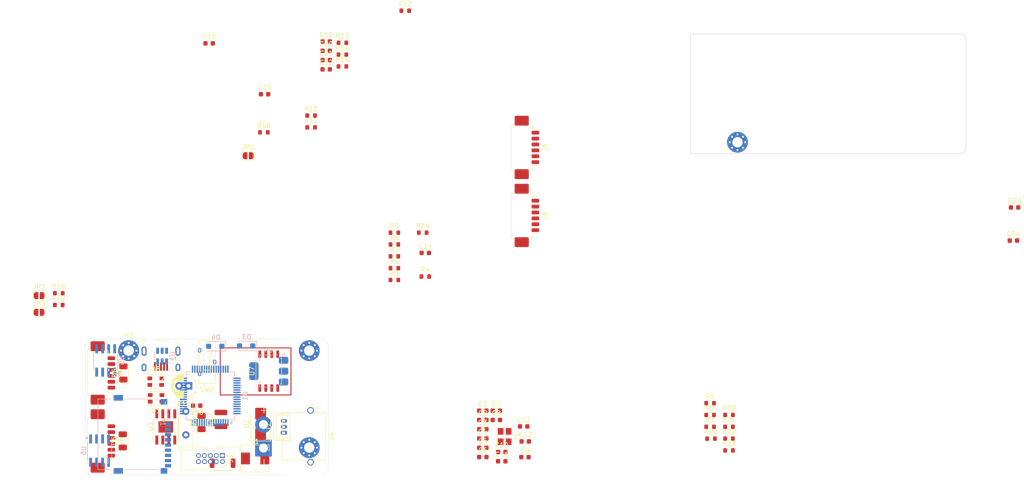
<source format=kicad_pcb>
(kicad_pcb (version 20240108) (generator "pcbnew") (generator_version "8.0")
  (layers (0 "F.Cu" signal) (1 "In1.Cu" signal) (2 "In2.Cu" signal) (31 "B.Cu" signal) (34 "B.Paste" user) (35 "F.Paste" user) (36 "B.SilkS" user "B.Silkscreen") (37 "F.SilkS" user "F.Silkscreen") (38 "B.Mask" user) (39 "F.Mask" user) (44 "Edge.Cuts" user))
  (net 0 "")
  (net 1 "GND")
  (net 2 "VDD_3V3")
  (net 3 "NRST")
  (net 4 "RCC_OSC_IN")
  (net 5 "RCC_OSC_OUT")
  (net 6 "Net-(U1-VCAP_2)")
  (net 7 "Net-(U1-VCAP_1)")
  (net 8 "VDD_5V_USB")
  (net 9 "Net-(U3-BOOT)")
  (net 10 "Net-(D2-K)")
  (net 11 "Net-(J4-Pin_2)")
  (net 12 "VDD_7V0")
  (net 13 "Net-(U3-FB)")
  (net 14 "Net-(D3-K)")
  (net 15 "Net-(D7-K)")
  (net 16 "Net-(D1-RK)")
  (net 17 "Net-(D1-GK)")
  (net 18 "Net-(D1-BK)")
  (net 19 "Net-(D5-K)")
  (net 20 "Net-(D6-K)")
  (net 21 "Net-(D8-GK)")
  (net 22 "Net-(D8-BK)")
  (net 23 "Net-(D8-RK)")
  (net 24 "SDIO_CMD")
  (net 25 "SDIO_CK")
  (net 26 "SDIO_D0")
  (net 27 "SDIO_D3")
  (net 28 "SDIO_D2")
  (net 29 "SD_CD")
  (net 30 "SDIO_D1")
  (net 31 "/Connectors/usb_conn_d+")
  (net 33 "/Connectors/usb_conn_d-")
  (net 35 "DEBUG_SWDIO")
  (net 36 "DEBUG_SWO")
  (net 38 "DEBUG_SWCLK")
  (net 39 "Net-(J3-Pin_1)")
  (net 40 "CAN0_H")
  (net 41 "CAN0_L")
  (net 42 "CAN1_L")
  (net 43 "CAN1_H")
  (net 44 "LED1_RGB_BLUE")
  (net 45 "LED1_RGB_GREEN")
  (net 46 "LED1_RGB_RED")
  (net 47 "VBUS_DETECT")
  (net 48 "Net-(U3-PG)")
  (net 49 "Net-(R14-Pad1)")
  (net 50 "LED3")
  (net 51 "LED4")
  (net 52 "LED2_RGB_BLUE")
  (net 53 "LED2_RGB_GREEN")
  (net 54 "LED2_RGB_RED")
  (net 55 "BOOT0")
  (net 70 "USB_D+")
  (net 90 "USB_D-")
  (net 96 "Net-(SW2-B)")
  (net 98 "CAN0_TX")
  (net 99 "CAN0_RX")
  (net 100 "CAN1_RX")
  (net 102 "CAN1_TX")
  (net 103 "SPI_CLK")
  (net 104 "FLASH_CS")
  (net 106 "SPI_MOSI")
  (net 107 "SPI_MISO")
  (net 111 "Net-(JP2-B)")
  (net 112 "Net-(JP3-B)")
  (net 113 "Net-(C19-Pad1)")
  (footprint "Capacitor_THT:CP_Radial_D5.0mm_P2.00mm" (layer "F.Cu") (at 77.492113 127.055 180)
    (property "Reference" "C19" (at 1 -3.75 180) (layer "F.SilkS"))
    (property "Value" "100u")
    (pad "1" thru_hole rect (at 0 0 180) (size 1.6 1.6) (drill 0.8) (layers "*.Cu" "*.Mask") (net 113 "Net-(C19-Pad1)"))
    (pad "2" thru_hole circle (at 2 0 180) (size 1.6 1.6) (drill 0.8) (layers "*.Cu" "*.Mask") (net 1 "GND"))
  )
  (footprint "Capacitor_SMD:C_0603_1608Metric" (layer "F.Cu") (at 127.717 98.824)
    (property "Reference" "C14" (at 0 -1.43 0) (layer "F.SilkS"))
    (property "Value" "100n")
    (pad "1" smd roundrect (at -0.775 0) (size 0.9 0.95) (layers "F.Cu" "F.Paste" "F.Mask") (net 1 "GND"))
    (pad "2" smd roundrect (at 0.775 0) (size 0.9 0.95) (layers "F.Cu" "F.Paste" "F.Mask") (net 2 "VDD_3V3"))
  )
  (footprint "Capacitor_SMD:C_0603_1608Metric" (layer "F.Cu") (at 252.736 89.176)
    (property "Reference" "C23" (at 0 -1.43 0) (layer "F.SilkS"))
    (property "Value" "100n")
    (pad "1" smd roundrect (at -0.775 0) (size 0.9 0.95) (layers "F.Cu" "F.Paste" "F.Mask") (net 1 "GND"))
    (pad "2" smd roundrect (at 0.775 0) (size 0.9 0.95) (layers "F.Cu" "F.Paste" "F.Mask") (net 2 "VDD_3V3"))
  )
  (footprint "user_lib:U-F-M5DD-W-2-SUS" (layer "F.Cu") (at 71.657 119.693)
    (property "Reference" "J2" (at 0 5.842 0) (layer "F.SilkS"))
    (property "Value" "USB_B_Micro" (hide yes))
    (pad "" np_thru_hole circle (at -2 2.15 180) (size 0.5 0.5) (drill 0.5) (layers "F&B.Cu" "*.Mask"))
    (pad "" np_thru_hole circle (at 2 2.15 180) (size 0.5 0.5) (drill 0.5) (layers "F&B.Cu" "*.Mask"))
    (pad "1" smd rect (at 1.3 3.25) (size 0.4 1.8) (layers "F.Cu" "F.Paste" "F.Mask") (net 8 "VDD_5V_USB"))
    (pad "2" smd rect (at 0.65 3.25) (size 0.4 1.8) (layers "F.Cu" "F.Paste" "F.Mask") (net 33 "/Connectors/usb_conn_d-"))
    (pad "3" smd rect (at 0 3.25) (size 0.4 1.8) (layers "F.Cu" "F.Paste" "F.Mask") (net 31 "/Connectors/usb_conn_d+"))
    (pad "4" smd rect (at -0.65 3.25) (size 0.4 1.8) (layers "F.Cu" "F.Paste" "F.Mask"))
    (pad "5" smd rect (at -1.3 3.25) (size 0.4 1.8) (layers "F.Cu" "F.Paste" "F.Mask") (net 1 "GND"))
    (pad "6" thru_hole oval (at -3.6 0 180) (size 1.09 2) (drill oval 0.5 1.4) (layers "*.Cu" "*.Mask") (net 1 "GND"))
    (pad "6" thru_hole oval (at -3.6 3.45 180) (size 1.05 1.6) (drill oval 0.45 1) (layers "*.Cu" "*.Mask") (net 1 "GND"))
    (pad "6" thru_hole oval (at 3.6 0 180) (size 1.09 2) (drill oval 0.5 1.4) (layers "*.Cu" "*.Mask") (net 1 "GND"))
    (pad "6" thru_hole oval (at 3.6 3.45 180) (size 1.05 1.6) (drill oval 0.45 1) (layers "*.Cu" "*.Mask") (net 1 "GND"))
  )
  (footprint "Capacitor_SMD:C_0603_1608Metric" (layer "F.Cu") (at 148.592 135.679)
    (property "Reference" "C13" (at 0.025 -1.395 0) (layer "F.SilkS"))
    (property "Value" "2u2")
    (pad "1" smd roundrect (at -0.775 0) (size 0.9 0.95) (layers "F.Cu" "F.Paste" "F.Mask") (net 1 "GND"))
    (pad "2" smd roundrect (at 0.775 0) (size 0.9 0.95) (layers "F.Cu" "F.Paste" "F.Mask") (net 7 "Net-(U1-VCAP_1)"))
  )
  (footprint "Connector_Molex:Molex_PicoBlade_53261-0671_1x06-1MP_P1.25mm_Horizontal" (layer "F.Cu") (at 58.726 138.753 -90)
    (property "Reference" "J6" (at 0 -4.4 90) (layer "F.SilkS"))
    (property "Value" "532610671")
    (pad "1" smd roundrect (at -3.125 -2.4 270) (size 0.8 1.6) (layers "F.Cu" "F.Paste" "F.Mask") (net 12 "VDD_7V0"))
    (pad "2" smd roundrect (at -1.875 -2.4 270) (size 0.8 1.6) (layers "F.Cu" "F.Paste" "F.Mask") (net 12 "VDD_7V0"))
    (pad "3" smd roundrect (at -0.625 -2.4 270) (size 0.8 1.6) (layers "F.Cu" "F.Paste" "F.Mask") (net 43 "CAN1_H"))
    (pad "4" smd roundrect (at 0.625 -2.4 270) (size 0.8 1.6) (layers "F.Cu" "F.Paste" "F.Mask") (net 42 "CAN1_L"))
    (pad "5" smd roundrect (at 1.875 -2.4 270) (size 0.8 1.6) (layers "F.Cu" "F.Paste" "F.Mask") (net 1 "GND"))
    (pad "6" smd roundrect (at 3.125 -2.4 270) (size 0.8 1.6) (layers "F.Cu" "F.Paste" "F.Mask") (net 1 "GND"))
    (pad "MP" smd roundrect (at -5.675 0.5 270) (size 2.1 3) (layers "F.Cu" "F.Paste" "F.Mask") (roundrect_rratio 0.119048))
    (pad "MP" smd roundrect (at 5.675 0.5 270) (size 2.1 3) (layers "F.Cu" "F.Paste" "F.Mask") (roundrect_rratio 0.119048))
  )
  (footprint "user_lib:MSS-12D16" (layer "F.Cu") (at 81.44 121.992)
    (property "Reference" "SW2" (at 0 5.842 0) (layer "F.SilkS"))
    (property "Value" "SW_SPDT")
    (pad "1" thru_hole oval (at -1.6 -2.5) (size 0.7 1) (drill oval 0.35 0.65) (layers "*.Cu" "*.Mask") (net 2 "VDD_3V3"))
    (pad "2" thru_hole oval (at 1.6 0) (size 0.7 1) (drill oval 0.35 0.65) (layers "*.Cu" "*.Mask") (net 96 "Net-(SW2-B)"))
    (pad "3" thru_hole oval (at -1.6 2.5) (size 0.7 1) (drill oval 0.35 0.65) (layers "*.Cu" "*.Mask") (net 1 "GND"))
  )
  (footprint "Resistor_SMD:R_0603_1608Metric" (layer "F.Cu") (at 188.138 130.728)
    (property "Reference" "R1" (at 0 -1.43 0) (layer "F.SilkS"))
    (property "Value" "220")
    (pad "1" smd roundrect (at -0.825 0) (size 0.8 0.95) (layers "F.Cu" "F.Paste" "F.Mask") (net 18 "Net-(D1-BK)"))
    (pad "2" smd roundrect (at 0.825 0) (size 0.8 0.95) (layers "F.Cu" "F.Paste" "F.Mask") (net 44 "LED1_RGB_BLUE"))
  )
  (footprint "LED_SMD:LED_1206_3216Metric" (layer "F.Cu") (at 80.261 134.843 90)
    (property "Reference" "D7" (at 0 -1.82 -90) (layer "F.SilkS"))
    (property "Value" "LED")
    (pad "1" smd roundrect (at -1.4 0 90) (size 1.25 1.75) (layers "F.Cu" "F.Paste" "F.Mask") (roundrect_rratio 0.2) (net 15 "Net-(D7-K)"))
    (pad "2" smd roundrect (at 1.4 0 90) (size 1.25 1.75) (layers "F.Cu" "F.Paste" "F.Mask") (roundrect_rratio 0.2) (net 2 "VDD_3V3"))
  )
  (footprint "user_lib:button_small" (layer "F.Cu") (at 84.727 143.487 -90)
    (property "Reference" "SW1" (hide yes))
    (property "Value" "SW_Push" (hide yes))
    (pad "1" smd roundrect (at 0 -2.225 270) (size 2 1) (layers "F.Cu" "F.Paste" "F.Mask") (net 1 "GND"))
    (pad "2" smd roundrect (at 0 2.225 270) (size 2 1) (layers "F.Cu" "F.Paste" "F.Mask") (net 3 "NRST"))
  )
  (footprint "Inductor_SMD:L_Sunlord_MWSA0503S" (layer "F.Cu") (at 91.63 142.47)
    (property "Reference" "L1" (at 0 -3.6 0) (layer "F.SilkS"))
    (property "Value" "4u7")
    (pad "1" smd rect (at -2.05 0) (size 1.9 2.5) (layers "F.Cu" "F.Paste" "F.Mask") (net 10 "Net-(D2-K)"))
    (pad "2" smd rect (at 2.05 0) (size 1.9 2.5) (layers "F.Cu" "F.Paste" "F.Mask") (net 113 "Net-(C19-Pad1)"))
  )
  (footprint "Capacitor_SMD:C_0603_1608Metric" (layer "F.Cu") (at 139.927 138.238)
    (property "Reference" "C4" (at 0 -1.43 0) (layer "F.SilkS"))
    (property "Value" "100n")
    (pad "1" smd roundrect (at -0.775 0) (size 0.9 0.95) (layers "F.Cu" "F.Paste" "F.Mask") (net 1 "GND"))
    (pad "2" smd roundrect (at 0.775 0) (size 0.9 0.95) (layers "F.Cu" "F.Paste" "F.Mask") (net 2 "VDD_3V3"))
  )
  (footprint "Connector_PinHeader_1.27mm:PinHeader_2x05_P1.27mm_Vertical" (layer "F.Cu") (at 84.686 141.869 -90)
    (property "Reference" "J3" (at 0.635 -1.695 90) (layer "F.SilkS"))
    (property "Value" "Conn_02x05_SWD")
    (pad "1" thru_hole rect (at 0 0 270) (size 1 1) (drill 0.65) (layers "*.Cu" "*.Mask") (net 39 "Net-(J3-Pin_1)"))
    (pad "2" thru_hole oval (at 1.27 0 270) (size 1 1) (drill 0.65) (layers "*.Cu" "*.Mask") (net 35 "DEBUG_SWDIO"))
    (pad "3" thru_hole oval (at 0 1.27 270) (size 1 1) (drill 0.65) (layers "*.Cu" "*.Mask") (net 1 "GND"))
    (pad "4" thru_hole oval (at 1.27 1.27 270) (size 1 1) (drill 0.65) (layers "*.Cu" "*.Mask") (net 38 "DEBUG_SWCLK"))
    (pad "5" thru_hole oval (at 0 2.54 270) (size 1 1) (drill 0.65) (layers "*.Cu" "*.Mask") (net 1 "GND"))
    (pad "6" thru_hole oval (at 1.27 2.54 270) (size 1 1) (drill 0.65) (layers "*.Cu" "*.Mask") (net 36 "DEBUG_SWO"))
    (pad "7" thru_hole oval (at 0 3.81 270) (size 1 1) (drill 0.65) (layers "*.Cu" "*.Mask"))
    (pad "8" thru_hole oval (at 1.27 3.81 270) (size 1 1) (drill 0.65) (layers "*.Cu" "*.Mask"))
    (pad "9" thru_hole oval (at 0 5.08 270) (size 1 1) (drill 0.65) (layers "*.Cu" "*.Mask") (net 1 "GND"))
    (pad "10" thru_hole oval (at 1.27 5.08 270) (size 1 1) (drill 0.65) (layers "*.Cu" "*.Mask") (net 3 "NRST"))
  )
  (footprint "Capacitor_SMD:C_0603_1608Metric" (layer "F.Cu") (at 252.479 96.199)
    (property "Reference" "C24" (at 0 -1.43 0) (layer "F.SilkS"))
    (property "Value" "100n")
    (pad "1" smd roundrect (at -0.775 0) (size 0.9 0.95) (layers "F.Cu" "F.Paste" "F.Mask") (net 1 "GND"))
    (pad "2" smd roundrect (at 0.775 0) (size 0.9 0.95) (layers "F.Cu" "F.Paste" "F.Mask") (net 2 "VDD_3V3"))
  )
  (footprint "MountingHole:MountingHole_2.2mm_M2_Pad_Via" (layer "F.Cu") (at 64.81 119.58)
    (property "Reference" "H3" (hide yes))
    (property "Value" "MountingHole")
    (pad "1" thru_hole circle (at -1.65 0) (size 0.7 0.7) (drill 0.4) (layers "*.Cu" "*.Mask"))
    (pad "1" thru_hole circle (at -1.166726 -1.166726) (size 0.7 0.7) (drill 0.4) (layers "*.Cu" "*.Mask"))
    (pad "1" thru_hole circle (at -1.166726 1.166726) (size 0.7 0.7) (drill 0.4) (layers "*.Cu" "*.Mask"))
    (pad "1" thru_hole circle (at 0 -1.65) (size 0.7 0.7) (drill 0.4) (layers "*.Cu" "*.Mask"))
    (pad "1" thru_hole circle (at 0 0) (size 4.4 4.4) (drill 2.2) (layers "*.Cu" "*.Mask"))
    (pad "1" thru_hole circle (at 0 1.65) (size 0.7 0.7) (drill 0.4) (layers "*.Cu" "*.Mask"))
    (pad "1" thru_hole circle (at 1.166726 -1.166726) (size 0.7 0.7) (drill 0.4) (layers "*.Cu" "*.Mask"))
    (pad "1" thru_hole circle (at 1.166726 1.166726) (size 0.7 0.7) (drill 0.4) (layers "*.Cu" "*.Mask"))
    (pad "1" thru_hole circle (at 1.65 0) (size 0.7 0.7) (drill 0.4) (layers "*.Cu" "*.Mask"))
  )
  (footprint "Capacitor_SMD:C_0603_1608Metric" (layer "F.Cu") (at 106.7 57.88)
    (property "Reference" "C21" (at 0 -1.43 0) (layer "F.SilkS"))
    (property "Value" "1u")
    (pad "1" smd roundrect (at -0.775 0) (size 0.9 0.95) (layers "F.Cu" "F.Paste" "F.Mask") (net 14 "Net-(D3-K)"))
    (pad "2" smd roundrect (at 0.775 0) (size 0.9 0.95) (layers "F.Cu" "F.Paste" "F.Mask") (net 1 "GND"))
  )
  (footprint "Resistor_SMD:R_0603_1608Metric" (layer "F.Cu") (at 192.148 133.238)
    (property "Reference" "R19" (at 0 -1.43 0) (layer "F.SilkS"))
    (property "Value" "220")
    (pad "1" smd roundrect (at -0.825 0) (size 0.8 0.95) (layers "F.Cu" "F.Paste" "F.Mask") (net 20 "Net-(D6-K)"))
    (pad "2" smd roundrect (at 0.825 0) (size 0.8 0.95) (layers "F.Cu" "F.Paste" "F.Mask") (net 51 "LED4"))
  )
  (footprint "Capacitor_SMD:C_0603_1608Metric" (layer "F.Cu") (at 79.219 131.26 180)
    (property "Reference" "C18" (at 0 -1.43 180) (layer "F.SilkS"))
    (property "Value" "100n")
    (pad "1" smd roundrect (at -0.775 0 180) (size 0.9 0.95) (layers "F.Cu" "F.Paste" "F.Mask") (net 1 "GND"))
    (pad "2" smd roundrect (at 0.775 0 180) (size 0.9 0.95) (layers "F.Cu" "F.Paste" "F.Mask") (net 11 "Net-(J4-Pin_2)"))
  )
  (footprint "Resistor_SMD:R_0603_1608Metric" (layer "F.Cu") (at 49.98 107.38)
    (property "Reference" "R16" (at 0 -1.43 0) (layer "F.SilkS"))
    (property "Value" "120")
    (pad "1" smd roundrect (at -0.825 0) (size 0.8 0.95) (layers "F.Cu" "F.Paste" "F.Mask") (net 40 "CAN0_H"))
    (pad "2" smd roundrect (at 0.825 0) (size 0.8 0.95) (layers "F.Cu" "F.Paste" "F.Mask") (net 111 "Net-(JP2-B)"))
  )
  (footprint "Capacitor_SMD:C_0603_1608Metric" (layer "F.Cu") (at 139.927 142.178)
    (property "Reference" "C6" (at 0 -1.43 0) (layer "F.SilkS"))
    (property "Value" "4u7")
    (pad "1" smd roundrect (at -0.775 0) (size 0.9 0.95) (layers "F.Cu" "F.Paste" "F.Mask") (net 1 "GND"))
    (pad "2" smd roundrect (at 0.775 0) (size 0.9 0.95) (layers "F.Cu" "F.Paste" "F.Mask") (net 2 "VDD_3V3"))
  )
  (footprint "Capacitor_SMD:C_0603_1608Metric" (layer "F.Cu") (at 139.927 136.268)
    (property "Reference" "C3" (at 0 -1.43 0) (layer "F.SilkS"))
    (property "Value" "100n")
    (pad "1" smd roundrect (at -0.775 0) (size 0.9 0.95) (layers "F.Cu" "F.Paste" "F.Mask") (net 1 "GND"))
    (pad "2" smd roundrect (at 0.775 0) (size 0.9 0.95) (layers "F.Cu" "F.Paste" "F.Mask") (net 2 "VDD_3V3"))
  )
  (footprint "Resistor_SMD:R_0603_1608Metric" (layer "F.Cu") (at 121.168 99.55)
    (property "Reference" "R7" (at 0 -1.43 0) (layer "F.SilkS"))
    (property "Value" "10k")
    (pad "1" smd roundrect (at -0.825 0) (size 0.8 0.95) (layers "F.Cu" "F.Paste" "F.Mask") (net 2 "VDD_3V3"))
    (pad "2" smd roundrect (at 0.825 0) (size 0.8 0.95) (layers "F.Cu" "F.Paste" "F.Mask") (net 24 "SDIO_CMD"))
  )
  (footprint "Resistor_SMD:R_0603_1608Metric" (layer "F.Cu") (at 127.717 103.844)
    (property "Reference" "R4" (at 0 -1.43 0) (layer "F.SilkS"))
    (property "Value" "10k")
    (pad "1" smd roundrect (at -0.825 0) (size 0.8 0.95) (layers "F.Cu" "F.Paste" "F.Mask") (net 2 "VDD_3V3"))
    (pad "2" smd roundrect (at 0.825 0) (size 0.8 0.95) (layers "F.Cu" "F.Paste" "F.Mask") (net 29 "SD_CD"))
  )
  (footprint "Resistor_SMD:R_0603_1608Metric" (layer "F.Cu") (at 49.98 109.89)
    (property "Reference" "R17" (at 0 -1.43 0) (layer "F.SilkS"))
    (property "Value" "120")
    (pad "1" smd roundrect (at -0.825 0) (size 0.8 0.95) (layers "F.Cu" "F.Paste" "F.Mask") (net 43 "CAN1_H"))
    (pad "2" smd roundrect (at 0.825 0) (size 0.8 0.95) (layers "F.Cu" "F.Paste" "F.Mask") (net 112 "Net-(JP3-B)"))
  )
  (footprint "Resistor_SMD:R_0603_1608Metric" (layer "F.Cu") (at 188.138 133.238)
    (property "Reference" "R2" (at 0 -1.43 0) (layer "F.SilkS"))
    (property "Value" "220")
    (pad "1" smd roundrect (at -0.825 0) (size 0.8 0.95) (layers "F.Cu" "F.Paste" "F.Mask") (net 17 "Net-(D1-GK)"))
    (pad "2" smd roundrect (at 0.825 0) (size 0.8 0.95) (layers "F.Cu" "F.Paste" "F.Mask") (net 45 "LED1_RGB_GREEN"))
  )
  (footprint "MountingHole:MountingHole_2.2mm_M2_Pad_Via" (layer "F.Cu") (at 64.81 119.58)
    (property "Reference" "H2" (at 0 -3.2 0) (layer "F.SilkS"))
    (property "Value" "MountingHole")
    (pad "1" thru_hole circle (at -1.65 0) (size 0.7 0.7) (drill 0.4) (layers "*.Cu" "*.Mask"))
    (pad "1" thru_hole circle (at -1.166726 -1.166726) (size 0.7 0.7) (drill 0.4) (layers "*.Cu" "*.Mask"))
    (pad "1" thru_hole circle (at -1.166726 1.166726) (size 0.7 0.7) (drill 0.4) (layers "*.Cu" "*.Mask"))
    (pad "1" thru_hole circle (at 0 -1.65) (size 0.7 0.7) (drill 0.4) (layers "*.Cu" "*.Mask"))
    (pad "1" thru_hole circle (at 0 0) (size 4.4 4.4) (drill 2.2) (layers "*.Cu" "*.Mask"))
    (pad "1" thru_hole circle (at 0 1.65) (size 0.7 0.7) (drill 0.4) (layers "*.Cu" "*.Mask"))
    (pad "1" thru_hole circle (at 1.166726 -1.166726) (size 0.7 0.7) (drill 0.4) (layers "*.Cu" "*.Mask"))
    (pad "1" thru_hole circle (at 1.166726 1.166726) (size 0.7 0.7) (drill 0.4) (layers "*.Cu" "*.Mask"))
    (pad "1" thru_hole circle (at 1.65 0) (size 0.7 0.7) (drill 0.4) (layers "*.Cu" "*.Mask"))
  )
  (footprint "Capacitor_SMD:C_0603_1608Metric" (layer "F.Cu") (at 81.87 54.33)
    (property "Reference" "C15" (at 0 -1.43 0) (layer "F.SilkS"))
    (property "Value" "100n")
    (pad "1" smd roundrect (at -0.775 0) (size 0.9 0.95) (layers "F.Cu" "F.Paste" "F.Mask") (net 8 "VDD_5V_USB"))
    (pad "2" smd roundrect (at 0.775 0) (size 0.9 0.95) (layers "F.Cu" "F.Paste" "F.Mask") (net 1 "GND"))
  )
  (footprint "Jumper:SolderJumper-2_P1.3mm_Open_RoundedPad1.0x1.5mm" (layer "F.Cu") (at 45.8 107.9)
    (property "Reference" "JP2" (at 0 -1.8 0) (layer "F.SilkS"))
    (property "Value" "SolderJumper_2_Open")
    (pad "1" smd custom (at -0.65 0) (size 1 0.5) (layers "F.Cu" "F.Mask") (net 41 "CAN0_L") (options (clearance outline) (anchor rect)) (primitives (gr_circle (center 0 0.25) (end 0.5 0.25) (width 0) (fill yes)) (gr_circle (center 0 -0.25) (end 0.5 -0.25) (width 0) (fill yes)) (gr_poly (pts (xy 0.5 0.75) (xy 0 0.75) (xy 0 -0.75) (xy 0.5 -0.75)) (width 0) (fill yes))))
    (pad "2" smd custom (at 0.65 0) (size 1 0.5) (layers "F.Cu" "F.Mask") (net 111 "Net-(JP2-B)") (options (clearance outline) (anchor rect)) (primitives (gr_circle (center 0 0.25) (end 0.5 0.25) (width 0) (fill yes)) (gr_circle (center 0 -0.25) (end 0.5 -0.25) (width 0) (fill yes)) (gr_poly (pts (xy 0 0.75) (xy -0.5 0.75) (xy -0.5 -0.75) (xy 0 -0.75)) (width 0) (fill yes))))
  )
  (footprint "LED_SMD:LED_1206_3216Metric" (layer "F.Cu") (at 63.681 124.323 90)
    (property "Reference" "D5" (at 0 -1.82 -90) (layer "F.SilkS"))
    (property "Value" "LED")
    (pad "1" smd roundrect (at -1.4 0 90) (size 1.25 1.75) (layers "F.Cu" "F.Paste" "F.Mask") (roundrect_rratio 0.2) (net 19 "Net-(D5-K)"))
    (pad "2" smd roundrect (at 1.4 0 90) (size 1.25 1.75) (layers "F.Cu" "F.Paste" "F.Mask") (roundrect_rratio 0.2) (net 2 "VDD_3V3"))
  )
  (footprint "user_lib:RUEF300" (layer "F.Cu") (at 76.938 134.961 -90)
    (property "Reference" "F1" (at -0.23 4.89 -90) (layer "F.SilkS") (effects (font (thickness 0.1))))
    (property "Value" "RUEF300")
    (pad "1" thru_hole circle (at -2.5 0 270) (size 1.524 1.524) (drill 0.762) (layers "*.Cu" "*.Mask") (net 12 "VDD_7V0"))
    (pad "2" thru_hole circle (at 2.5 0 270) (size 1.524 1.524) (drill 0.762) (layers "*.Cu" "*.Mask") (net 113 "Net-(C19-Pad1)"))
  )
  (footprint "Capacitor_SMD:C_0603_1608Metric" (layer "F.Cu") (at 142.797 132.328)
    (property "Reference" "C7" (at 0 -1.43 0) (layer "F.SilkS"))
    (property "Value" "100n")
    (pad "1" smd roundrect (at -0.775 0) (size 0.9 0.95) (layers "F.Cu" "F.Paste" "F.Mask") (net 1 "GND"))
    (pad "2" smd roundrect (at 0.775 0) (size 0.9 0.95) (layers "F.Cu" "F.Paste" "F.Mask") (net 2 "VDD_3V3"))
  )
  (footprint "Connector_Molex:Molex_PicoBlade_53261-0671_1x06-1MP_P1.25mm_Horizontal" (layer "F.Cu") (at 148.673 90.867 -90)
    (property "Reference" "J6" (at 0 -4.4 90) (layer "F.SilkS"))
    (property "Value" "532610671")
    (pad "1" smd roundrect (at -3.125 -2.4 270) (size 0.8 1.6) (layers "F.Cu" "F.Paste" "F.Mask") (net 12 "VDD_7V0"))
    (pad "2" smd roundrect (at -1.875 -2.4 270) (size 0.8 1.6) (layers "F.Cu" "F.Paste" "F.Mask") (net 12 "VDD_7V0"))
    (pad "3" smd roundrect (at -0.625 -2.4 270) (size 0.8 1.6) (layers "F.Cu" "F.Paste" "F.Mask") (net 43 "CAN1_H"))
    (pad "4" smd roundrect (at 0.625 -2.4 270) (size 0.8 1.6) (layers "F.Cu" "F.Paste" "F.Mask") (net 42 "CAN1_L"))
    (pad "5" smd roundrect (at 1.875 -2.4 270) (size 0.8 1.6) (layers "F.Cu" "F.Paste" "F.Mask") (net 1 "GND"))
    (pad "6" smd roundrect (at 3.125 -2.4 270) (size 0.8 1.6) (layers "F.Cu" "F.Paste" "F.Mask") (net 1 "GND"))
    (pad "MP" smd roundrect (at -5.675 0.5 270) (size 2.1 3) (layers "F.Cu" "F.Paste" "F.Mask") (roundrect_rratio 0.119048))
    (pad "MP" smd roundrect (at 5.675 0.5 270) (size 2.1 3) (layers "F.Cu" "F.Paste" "F.Mask") (roundrect_rratio 0.119048))
  )
  (footprint "Resistor_SMD:R_0603_1608Metric" (layer "F.Cu") (at 188.138 135.748)
    (property "Reference" "R3" (at 0 -1.43 0) (layer "F.SilkS"))
    (property "Value" "220")
    (pad "1" smd roundrect (at -0.825 0) (size 0.8 0.95) (layers "F.Cu" "F.Paste" "F.Mask") (net 16 "Net-(D1-RK)"))
    (pad "2" smd roundrect (at 0.825 0) (size 0.8 0.95) (layers "F.Cu" "F.Paste" "F.Mask") (net 46 "LED1_RGB_RED"))
  )
  (footprint "LED_SMD:LED_1206_3216Metric" (layer "F.Cu") (at 63.55 138.742 90)
    (property "Reference" "D6" (at 0 -1.82 -90) (layer "F.SilkS"))
    (property "Value" "LED")
    (pad "1" smd roundrect (at -1.4 0 90) (size 1.25 1.75) (layers "F.Cu" "F.Paste" "F.Mask") (roundrect_rratio 0.2) (net 20 "Net-(D6-K)"))
    (pad "2" smd roundrect (at 1.4 0 90) (size 1.25 1.75) (layers "F.Cu" "F.Paste" "F.Mask") (roundrect_rratio 0.2) (net 2 "VDD_3V3"))
  )
  (footprint "Capacitor_SMD:C_0603_1608Metric" (layer "F.Cu") (at 106.7 53.94)
    (property "Reference" "C16" (at 0 -1.43 0) (layer "F.SilkS"))
    (property "Value" "100n")
    (pad "1" smd roundrect (at -0.775 0) (size 0.9 0.95) (layers "F.Cu" "F.Paste" "F.Mask") (net 9 "Net-(U3-BOOT)"))
    (pad "2" smd roundrect (at 0.775 0) (size 0.9 0.95) (layers "F.Cu" "F.Paste" "F.Mask") (net 10 "Net-(D2-K)"))
  )
  (footprint "Capacitor_SMD:C_1210_3225Metric" (layer "F.Cu") (at 84.376 134.182 90)
    (property "Reference" "C17" (at 0 -2.3 -90) (layer "F.SilkS"))
    (property "Value" "10u")
    (pad "1" smd roundrect (at -1.475 0 90) (size 1.15 2.7) (layers "F.Cu" "F.Paste" "F.Mask") (roundrect_rratio 0.217391) (net 1 "GND"))
    (pad "2" smd roundrect (at 1.475 0 90) (size 1.15 2.7) (layers "F.Cu" "F.Paste" "F.Mask") (roundrect_rratio 0.217391) (net 11 "Net-(J4-Pin_2)"))
  )
  (footprint "Capacitor_SMD:C_0603_1608Metric" (layer "F.Cu") (at 142.797 134.298)
    (property "Reference" "C8" (at 0 -1.43 0) (layer "F.SilkS"))
    (property "Value" "1u")
    (pad "1" smd roundrect (at -0.775 0) (size 0.9 0.95) (layers "F.Cu" "F.Paste" "F.Mask") (net 1 "GND"))
    (pad "2" smd roundrect (at 0.775 0) (size 0.9 0.95) (layers "F.Cu" "F.Paste" "F.Mask") (net 2 "VDD_3V3"))
  )
  (footprint "Connector_Molex:Molex_PicoBlade_53261-0671_1x06-1MP_P1.25mm_Horizontal" (layer "F.Cu") (at 58.726 124.313 -90)
    (property "Reference" "J5" (at 0 -4.4 90) (layer "F.SilkS"))
    (property "Value" "532610671")
    (pad "1" smd roundrect (at -3.125 -2.4 270) (size 0.8 1.6) (layers "F.Cu" "F.Paste" "F.Mask") (net 12 "VDD_7V0"))
    (pad "2" smd roundrect (at -1.875 -2.4 270) (size 0.8 1.6) (layers "F.Cu" "F.Paste" "F.Mask") (net 12 "VDD_7V0"))
    (pad "3" smd roundrect (at -0.625 -2.4 270) (size 0.8 1.6) (layers "F.Cu" "F.Paste" "F.Mask") (net 40 "CAN0_H"))
    (pad "4" smd roundrect (at 0.625 -2.4 270) (size 0.8 1.6) (layers "F.Cu" "F.Paste" "F.Mask") (net 41 "CAN0_L"))
    (pad "5" smd roundrect (at 1.875 -2.4 270) (size 0.8 1.6) (layers "F.Cu" "F.Paste" "F.Mask") (net 1 "GND"))
    (pad "6" smd roundrect (at 3.125 -2.4 270) (size 0.8 1.6) (layers "F.Cu" "F.Paste" "F.Mask") (net 1 "GND"))
    (pad "MP" smd roundrect (at -5.675 0.5 270) (size 2.1 3) (layers "F.Cu" "F.Paste" "F.Mask") (roundrect_rratio 0.119048))
    (pad "MP" smd roundrect (at 5.675 0.5 270) (size 2.1 3) (layers "F.Cu" "F.Paste" "F.Mask") (roundrect_rratio 0.119048))
  )
  (footprint "LED_SMD:LED_Cree-PLCC4_3.2x2.8mm_CCW" (layer "F.Cu") (at 70.617 129.715 180)
    (property "Reference" "D1" (at 0 -2.65 180) (layer "F.SilkS"))
    (property "Value" "LED_RGBA")
    (pad "1" smd rect (at -1.25 -0.7 180) (size 1 0.8) (layers "F.Cu" "F.Paste" "F.Mask") (net 16 "Net-(D1-RK)"))
    (pad "2" smd rect (at -1.25 0.7 180) (size 1 0.8) (layers "F.Cu" "F.Paste" "F.Mask") (net 17 "Net-(D1-GK)"))
    (pad "3" smd rect (at 1.25 0.7 180) (size 1 0.8) (layers "F.Cu" "F.Paste" "F.Mask") (net 18 "Net-(D1-BK)"))
    (pad "4" smd rect (at 1.25 -0.7 180) (size 1 0.8) (layers "F.Cu" "F.Paste" "F.Mask") (net 2 "VDD_3V3"))
  )
  (footprint "Capacitor_SMD:C_0603_1608Metric" (layer "F.Cu") (at 93.63 65.135)
    (property "Reference" "C25" (at 0 -1.43 0) (layer "F.SilkS"))
    (property "Value" "100n")
    (pad "1" smd roundrect (at -0.775 0) (size 0.9 0.95) (layers "F.Cu" "F.Paste" "F.Mask") (net 1 "GND"))
    (pad "2" smd roundrect (at 0.775 0) (size 0.9 0.95) (layers "F.Cu" "F.Paste" "F.Mask") (net 2 "VDD_3V3"))
  )
  (footprint "Capacitor_SMD:C_0603_1608Metric" (layer "F.Cu") (at 148.861 142.192)
    (property "Reference" "C9" (at 0 -1.43 0) (layer "F.SilkS"))
    (property "Value" "100n")
    (pad "1" smd roundrect (at -0.775 0) (size 0.9 0.95) (layers "F.Cu" "F.Paste" "F.Mask") (net 1 "GND"))
    (pad "2" smd roundrect (at 0.775 0) (size 0.9 0.95) (layers "F.Cu" "F.Paste" "F.Mask") (net 3 "NRST"))
  )
  (footprint "Resistor_SMD:R_0603_1608Metric" (layer "F.Cu") (at 192.148 135.748)
    (property "Reference" "R21" (at 0 -1.43 0) (layer "F.SilkS"))
    (property "Value" "220")
    (pad "1" smd roundrect (at -0.825 0) (size 0.8 0.95) (layers "F.Cu" "F.Paste" "F.Mask") (net 22 "Net-(D8-BK)"))
    (pad "2" smd roundrect (at 0.825 0) (size 0.8 0.95) (layers "F.Cu" "F.Paste" "F.Mask") (net 52 "LED2_RGB_BLUE"))
  )
  (footprint "Resistor_SMD:R_0603_1608Metric" (layer "F.Cu") (at 121.168 104.57)
    (property "Reference" "R9" (at 0 -1.43 0) (layer "F.SilkS"))
    (property "Value" "10k")
    (pad "1" smd roundrect (at -0.825 0) (size 0.8 0.95) (layers "F.Cu" "F.Paste" "F.Mask") (net 2 "VDD_3V3"))
    (pad "2" smd roundrect (at 0.825 0) (size 0.8 0.95) (layers "F.Cu" "F.Paste" "F.Mask") (net 28 "SDIO_D2"))
  )
  (footprint "Resistor_SMD:R_0603_1608Metric" (layer "F.Cu") (at 192.148 140.768)
    (property "Reference" "R23" (at 0 -1.43 0) (layer "F.SilkS"))
    (property "Value" "220")
    (pad "1" smd roundrect (at -0.825 0) (size 0.8 0.95) (layers "F.Cu" "F.Paste" "F.Mask") (net 23 "Net-(D8-RK)"))
    (pad "2" smd roundrect (at 0.825 0) (size 0.8 0.95) (layers "F.Cu" "F.Paste" "F.Mask") (net 54 "LED2_RGB_RED"))
  )
  (footprint "Jumper:SolderJumper-2_P1.3mm_Open_RoundedPad1.0x1.5mm" (layer "F.Cu") (at 45.8 111.45)
    (property "Reference" "JP3" (at 0 -1.8 0) (layer "F.SilkS"))
    (property "Value" "SolderJumper_2_Open")
    (pad "1" smd custom (at -0.65 0) (size 1 0.5) (layers "F.Cu" "F.Mask") (net 42 "CAN1_L") (options (clearance outline) (anchor rect)) (primitives (gr_circle (center 0 0.25) (end 0.5 0.25) (width 0) (fill yes)) (gr_circle (center 0 -0.25) (end 0.5 -0.25) (width 0) (fill yes)) (gr_poly (pts (xy 0.5 0.75) (xy 0 0.75) (xy 0 -0.75) (xy 0.5 -0.75)) (width 0) (fill yes))))
    (pad "2" smd custom (at 0.65 0) (size 1 0.5) (layers "F.Cu" "F.Mask") (net 112 "Net-(JP3-B)") (options (clearance outline) (anchor rect)) (primitives (gr_circle (center 0 0.25) (end 0.5 0.25) (width 0) (fill yes)) (gr_circle (center 0 -0.25) (end 0.5 -0.25) (width 0) (fill yes)) (gr_poly (pts (xy 0 0.75) (xy -0.5 0.75) (xy -0.5 -0.75) (xy 0 -0.75)) (width 0) (fill yes))))
  )
  (footprint "Resistor_SMD:R_0603_1608Metric" (layer "F.Cu") (at 121.168 94.53)
    (property "Reference" "R5" (at 0 -1.43 0) (layer "F.SilkS"))
    (property "Value" "10k")
    (pad "1" smd roundrect (at -0.825 0) (size 0.8 0.95) (layers "F.Cu" "F.Paste" "F.Mask") (net 2 "VDD_3V3"))
    (pad "2" smd roundrect (at 0.825 0) (size 0.8 0.95) (layers "F.Cu" "F.Paste" "F.Mask") (net 30 "SDIO_D1"))
  )
  (footprint "Resistor_SMD:R_0603_1608Metric" (layer "F.Cu") (at 127.178 94.53)
    (property "Reference" "R24" (at 0 -1.43 0) (layer "F.SilkS"))
    (property "Value" "10k")
    (pad "1" smd roundrect (at -0.825 0) (size 0.8 0.95) (layers "F.Cu" "F.Paste" "F.Mask") (net 55 "BOOT0"))
    (pad "2" smd roundrect (at 0.825 0) (size 0.8 0.95) (layers "F.Cu" "F.Paste" "F.Mask") (net 96 "Net-(SW2-B)"))
  )
  (footprint "Resistor_SMD:R_0603_1608Metric" (layer "F.Cu") (at 103.498 72.166)
    (property "Reference" "R11" (at 0 -1.43 0) (layer "F.SilkS"))
    (property "Value" "10k")
    (pad "1" smd roundrect (at -0.825 0) (size 0.8 0.95) (layers "F.Cu" "F.Paste" "F.Mask") (net 8 "VDD_5V_USB"))
    (pad "2" smd roundrect (at 0.825 0) (size 0.8 0.95) (layers "F.Cu" "F.Paste" "F.Mask") (net 47 "VBUS_DETECT"))
  )
  (footprint "Capacitor_SMD:C_0603_1608Metric" (layer "F.Cu") (at 148.924 138.858)
    (property "Reference" "C12" (at 0 -1.43 0) (layer "F.SilkS"))
    (property "Value" "2u2")
    (pad "1" smd roundrect (at -0.775 0) (size 0.9 0.95) (layers "F.Cu" "F.Paste" "F.Mask") (net 1 "GND"))
    (pad "2" smd roundrect (at 0.775 0) (size 0.9 0.95) (layers "F.Cu" "F.Paste" "F.Mask") (net 6 "Net-(U1-VCAP_2)"))
  )
  (footprint "MountingHole:MountingHole_2.2mm_M2_Pad_Via" (layer "F.Cu") (at 103.11 140.18)
    (property "Reference" "H4" (hide yes))
    (property "Value" "MountingHole")
    (pad "1" thru_hole circle (at -1.65 0) (size 0.7 0.7) (drill 0.4) (layers "*.Cu" "*.Mask"))
    (pad "1" thru_hole circle (at -1.166726 -1.166726) (size 0.7 0.7) (drill 0.4) (layers "*.Cu" "*.Mask"))
    (pad "1" thru_hole circle (at -1.166726 1.166726) (size 0.7 0.7) (drill 0.4) (layers "*.Cu" "*.Mask"))
    (pad "1" thru_hole circle (at 0 -1.65) (size 0.7 0.7) (drill 0.4) (layers "*.Cu" "*.Mask"))
    (pad "1" thru_hole circle (at 0 0) (size 4.4 4.4) (drill 2.2) (layers "*.Cu" "*.Mask"))
    (pad "1" thru_hole circle (at 0 1.65) (size 0.7 0.7) (drill 0.4) (layers "*.Cu" "*.Mask"))
    (pad "1" thru_hole circle (at 1.166726 -1.166726) (size 0.7 0.7) (drill 0.4) (layers "*.Cu" "*.Mask"))
    (pad "1" thru_hole circle (at 1.166726 1.166726) (size 0.7 0.7) (drill 0.4) (layers "*.Cu" "*.Mask"))
    (pad "1" thru_hole circle (at 1.65 0) (size 0.7 0.7) (drill 0.4) (layers "*.Cu" "*.Mask"))
  )
  (footprint "Capacitor_SMD:C_0603_1608Metric" (layer "F.Cu") (at 143.946 143.074)
    (property "Reference" "C11" (at 0 -1.43 0) (layer "F.SilkS"))
    (property "Value" "8p")
    (pad "1" smd roundrect (at -0.775 0) (size 0.9 0.95) (layers "F.Cu" "F.Paste" "F.Mask") (net 1 "GND"))
    (pad "2" smd roundrect (at 0.775 0) (size 0.9 0.95) (layers "F.Cu" "F.Paste" "F.Mask") (net 5 "RCC_OSC_OUT"))
  )
  (footprint "Resistor_SMD:R_0603_1608Metric" (layer "F.Cu") (at 110.14 59.23)
    (property "Reference" "R15" (at 0 -1.43 0) (layer "F.SilkS"))
    (property "Value" "1k")
    (pad "1" smd roundrect (at -0.825 0) (size 0.8 0.95) (layers "F.Cu" "F.Paste" "F.Mask") (net 1 "GND"))
    (pad "2" smd roundrect (at 0.825 0) (size 0.8 0.95) (layers "F.Cu" "F.Paste" "F.Mask") (net 49 "Net-(R14-Pad1)"))
  )
  (footprint "Package_SO:TI_SO-PowerPAD-8" (layer "F.Cu") (at 72.674 135.7795 90)
    (property "Reference" "U3" (at 0 -3.3 -90) (layer "F.SilkS"))
    (property "Value" "ST1S14PHR")
    (pad "1" smd rect (at -2.78 -1.905 90) (size 1.91 0.61) (layers "F.Cu" "F.Paste" "F.Mask") (net 9 "Net-(U3-BOOT)"))
    (pad "2" smd rect (at -2.78 -0.635 90) (size 1.91 0.61) (layers "F.Cu" "F.Paste" "F.Mask") (net 48 "Net-(U3-PG)"))
    (pad "3" smd rect (at -2.78 0.635 90) (size 1.91 0.61) (layers "F.Cu" "F.Paste" "F.Mask") (net 1 "GND"))
    (pad "4" smd rect (at -2.78 1.905 90) (size 1.91 0.61) (layers "F.Cu" "F.Paste" "F.Mask") (net 13 "Net-(U3-FB)"))
    (pad "5" smd rect (at 2.78 1.905 90) (size 1.91 0.61) (layers "F.Cu" "F.Paste" "F.Mask") (net 11 "Net-(J4-Pin_2)"))
    (pad "6" smd rect (at 2.78 0.635 90) (size 1.91 0.61) (layers "F.Cu" "F.Paste" "F.Mask") (net 1 "GND"))
    (pad "7" smd rect (at 2.78 -0.635 90) (size 1.91 0.61) (layers "F.Cu" "F.Paste" "F.Mask") (net 11 "Net-(J4-Pin_2)"))
    (pad "8" smd rect (at 2.78 -1.905 90) (size 1.91 0.61) (layers "F.Cu" "F.Paste" "F.Mask") (net 10 "Net-(D2-K)"))
    (pad "9" smd rect (at -0.6025 -0.775 90) (size 1.205 1.55) (layers "F.Cu" "F.Paste" "F.Mask") (net 1 "GND"))
    (pad "9" smd rect (at -0.6025 0.775 90) (size 1.205 1.55) (layers "F.Cu" "F.Paste" "F.Mask") (net 1 "GND"))
    (pad "9" smd rect (at 0.6025 -0.775 90) (size 1.205 1.55) (layers "F.Cu" "F.Paste" "F.Mask") (net 1 "GND"))
    (pad "9" smd rect (at 0.6025 0.775 90) (size 1.205 1.55) (layers "F.Cu" "F.Paste" "F.Mask") (net 1 "GND"))
  )
  (footprint "Connector_Molex:Molex_PicoBlade_53047-0310_1x03_P1.25mm_Vertical" (layer "F.Cu") (at 97.728 137.007 90)
    (property "Reference" "J7" (at 1.25 -3.25 -90) (layer "F.SilkS"))
    (property "Value" "530470310")
    (pad "1" thru_hole roundrect (at 0 0 90) (size 0.8 1.3) (drill 0.5) (layers "*.Cu" "*.Mask"))
    (pad "2" thru_hole oval (at 1.25 0 90) (size 0.8 1.3) (drill 0.5) (layers "*.Cu" "*.Mask"))
    (pad "3" thru_hole oval (at 2.5 0 90) (size 0.8 1.3) (drill 0.5) (layers "*.Cu" "*.Mask"))
  )
  (footprint "Capacitor_SMD:C_0603_1608Metric" (layer "F.Cu") (at 139.927 132.328)
    (property "Reference" "C1" (at 0 -1.43 0) (layer "F.SilkS"))
    (property "Value" "100n")
    (pad "1" smd roundrect (at -0.775 0) (size 0.9 0.95) (layers "F.Cu" "F.Paste" "F.Mask") (net 1 "GND"))
    (pad "2" smd roundrect (at 0.775 0) (size 0.9 0.95) (layers "F.Cu" "F.Paste" "F.Mask") (net 2 "VDD_3V3"))
  )
  (footprint "Resistor_SMD:R_0603_1608Metric" (layer "F.Cu") (at 103.498 69.656)
    (property "Reference" "R10" (at 0 -1.43 0) (layer "F.SilkS"))
    (property "Value" "10k")
    (pad "1" smd roundrect (at -0.825 0) (size 0.8 0.95) (layers "F.Cu" "F.Paste" "F.Mask") (net 47 "VBUS_DETECT"))
    (pad "2" smd roundrect (at 0.825 0) (size 0.8 0.95) (layers "F.Cu" "F.Paste" "F.Mask") (net 1 "GND"))
  )
  (footprint "Crystal:Crystal_SMD_3225-4Pin_3.2x2.5mm" (layer "F.Cu") (at 144.559 137.825 -90)
    (property "Reference" "Y1" (at 0 -2.45 90) (layer "F.SilkS"))
    (property "Value" "16MHz")
    (pad "1" smd rect (at -1.1 0.85 270) (size 1.4 1.2) (layers "F.Cu" "F.Paste" "F.Mask") (net 4 "RCC_OSC_IN"))
    (pad "2" smd rect (at 1.1 0.85 270) (size 1.4 1.2) (layers "F.Cu" "F.Paste" "F.Mask") (net 1 "GND"))
    (pad "3" smd rect (at 1.1 -0.85 270) (size 1.4 1.2) (layers "F.Cu" "F.Paste" "F.Mask") (net 5 "RCC_OSC_OUT"))
    (pad "4" smd rect (at -1.1 -0.85 270) (size 1.4 1.2) (layers "F.Cu" "F.Paste" "F.Mask") (net 1 "GND"))
  )
  (footprint "LED_SMD:LED_Cree-PLCC4_3.2x2.8mm_CCW" (layer "F.Cu") (at 70.539 126.168)
    (property "Reference" "D8" (at 0 -2.65 0) (layer "F.SilkS"))
    (property "Value" "LED_RGBA")
    (pad "1" smd rect (at -1.25 -0.7) (size 1 0.8) (layers "F.Cu" "F.Paste" "F.Mask") (net 23 "Net-(D8-RK)"))
    (pad "2" smd rect (at -1.25 0.7) (size 1 0.8) (layers "F.Cu" "F.Paste" "F.Mask") (net 21 "Net-(D8-GK)"))
    (pad "3" smd rect (at 1.25 0.7) (size 1 0.8) (layers "F.Cu" "F.Paste" "F.Mask") (net 22 "Net-(D8-BK)"))
    (pad "4" smd rect (at 1.25 -0.7) (size 1 0.8) (layers "F.Cu" "F.Paste" "F.Mask") (net 2 "VDD_3V3"))
  )
  (footprint "Jumper:SolderJumper-2_P1.3mm_Open_RoundedPad1.0x1.5mm" (layer "F.Cu") (at 90.144 78.185)
    (property "Reference" "JP1" (at 0 -1.8 0) (layer "F.SilkS"))
    (property "Value" "SolderJumper_2_Open")
    (pad "1" smd custom (at -0.65 0) (size 1 0.5) (layers "F.Cu" "F.Mask") (net 2 "VDD_3V3") (options (clearance outline) (anchor rect)) (primitives (gr_circle (center 0 0.25) (end 0.5 0.25) (width 0) (fill yes)) (gr_circle (center 0 -0.25) (end 0.5 -0.25) (width 0) (fill yes)) (gr_poly (pts (xy 0.5 0.75) (xy 0 0.75) (xy 0 -0.75) (xy 0.5 -0.75)) (width 0) (fill yes))))
    (pad "2" smd custom (at 0.65 0) (size 1 0.5) (layers "F.Cu" "F.Mask") (net 39 "Net-(J3-Pin_1)") (options (clearance outline) (anchor rect)) (primitives (gr_circle (center 0 0.25) (end 0.5 0.25) (width 0) (fill yes)) (gr_circle (center 0 -0.25) (end 0.5 -0.25) (width 0) (fill yes)) (gr_poly (pts (xy 0 0.75) (xy -0.5 0.75) (xy -0.5 -0.75) (xy 0 -0.75)) (width 0) (fill yes))))
  )
  (footprint "Diode_SMD:D_SMB" (layer "F.Cu") (at 92.789 135.1145 90)
    (property "Reference" "D2" (at 0 -3 -90) (layer "F.SilkS"))
    (property "Value" "STPS3L60U")
    (pad "1" smd roundrect (at -2.15 0 90) (size 2.5 2.3) (layers "F.Cu" "F.Paste" "F.Mask") (roundrect_rratio 0.1086956522) (net 10 "Net-(D2-K)"))
    (pad "2" smd roundrect (at 2.15 0 90) (size 2.5 2.3) (layers "F.Cu" "F.Paste" "F.Mask") (roundrect_rratio 0.1086956522) (net 1 "GND"))
  )
  (footprint "Package_SO:SOIC-8_5.23x5.23mm_P1.27mm" (layer "F.Cu") (at 94.516 123.931 90)
    (property "Reference" "U7" (at 0 -3.56 -90) (layer "F.SilkS"))
    (property "Value" "W25Q32FVSSIG")
    (pad "1" smd roundrect (at -3.6 -1.905 90) (size 1.6 0.6) (layers "F.Cu" "F.Paste" "F.Mask") (net 104 "FLASH_CS"))
    (pad "2" smd roundrect (at -3.6 -0.635 90) (size 1.6 0.6) (layers "F.Cu" "F.Paste" "F.Mask") (net 107 "SPI_MISO"))
    (pad "3" smd roundrect (at -3.6 0.635 90) (size 1.6 0.6) (layers "F.Cu" "F.Paste" "F.Mask"))
    (pad "4" smd roundrect (at -3.6 1.905 90) (size 1.6 0.6) (layers "F.Cu" "F.Paste" "F.Mask") (net 1 "GND"))
    (pad "5" smd roundrect (at 3.6 1.905 90) (size 1.6 0.6) (layers "F.Cu" "F.Paste" "F.Mask") (net 106 "SPI_MOSI"))
    (pad "6" smd roundrect (at 3.6 0.635 90) (size 1.6 0.6) (layers "F.Cu" "F.Paste" "F.Mask") (net 103 "SPI_CLK"))
    (pad "7" smd roundrect (at 3.6 -0.635 90) (size 1.6 0.6) (layers "F.Cu" "F.Paste" "F.Mask") (net 2 "VDD_3V3"))
    (pad "8" smd roundrect (at 3.6 -1.905 90) (size 1.6 0.6) (layers "F.Cu" "F.Paste" "F.Mask") (net 2 "VDD_3V3"))
  )
  (footprint "Capacitor_SMD:C_0603_1608Metric" (layer "F.Cu") (at 139.927 134.298)
    (property "Reference" "C2" (at 0 -1.43 0) (layer "F.SilkS"))
    (property "Value" "100n")
    (pad "1" smd roundrect (at -0.775 0) (size 0.9 0.95) (layers "F.Cu" "F.Paste" "F.Mask") (net 1 "GND"))
    (pad "2" smd roundrect (at 0.775 0) (size 0.9 0.95) (layers "F.Cu" "F.Paste" "F.Mask") (net 2 "VDD_3V3"))
  )
  (footprint "Capacitor_SMD:C_0603_1608Metric" (layer "F.Cu") (at 143.946 141.104)
    (property "Reference" "C10" (at 0 -1.43 0) (layer "F.SilkS"))
    (property "Value" "8p")
    (pad "1" smd roundrect (at -0.775 0) (size 0.9 0.95) (layers "F.Cu" "F.Paste" "F.Mask") (net 1 "GND"))
    (pad "2" smd roundrect (at 0.775 0) (size 0.9 0.95) (layers "F.Cu" "F.Paste" "F.Mask") (net 4 "RCC_OSC_IN"))
  )
  (footprint "Resistor_SMD:R_0603_1608Metric" (layer "F.Cu") (at 121.168 102.06)
    (property "Reference" "R8" (at 0 -1.43 0) (layer "F.SilkS"))
    (property "Value" "10k")
    (pad "1" smd roundrect (at -0.825 0) (size 0.8 0.95) (layers "F.Cu" "F.Paste" "F.Mask") (net 2 "VDD_3V3"))
    (pad "2" smd roundrect (at 0.825 0) (size 0.8 0.95) (layers "F.Cu" "F.Paste" "F.Mask") (net 27 "SDIO_D3"))
  )
  (footprint "Resistor_SMD:R_0603_1608Metric" (layer "F.Cu") (at 188.331 138.271)
    (property "Reference" "R20" (at 0 -1.43 0) (layer "F.SilkS"))
    (property "Value" "220")
    (pad "1" smd roundrect (at -0.825 0) (size 0.8 0.95) (layers "F.Cu" "F.Paste" "F.Mask") (net 15 "Net-(D7-K)"))
    (pad "2" smd roundrect (at 0.825 0) (size 0.8 0.95) (layers "F.Cu" "F.Paste" "F.Mask") (net 1 "GND"))
  )
  (footprint "Capacitor_SMD:C_0603_1608Metric" (layer "F.Cu") (at 139.927 140.208)
    (property "Reference" "C5" (at 0 -1.43 0) (layer "F.SilkS"))
    (property "Value" "100n")
    (pad "1" smd roundrect (at -0.775 0) (size 0.9 0.95) (layers "F.Cu" "F.Paste" "F.Mask") (net 1 "GND"))
    (pad "2" smd roundrect (at 0.775 0) (size 0.9 0.95) (layers "F.Cu" "F.Paste" "F.Mask") (net 2 "VDD_3V3"))
  )
  (footprint "Resistor_SMD:R_0603_1608Metric" (layer "F.Cu") (at 121.168 97.04)
    (property "Reference" "R6" (at 0 -1.43 0) (layer "F.SilkS"))
    (property "Value" "10k")
    (pad "1" smd roundrect (at -0.825 0) (size 0.8 0.95) (layers "F.Cu" "F.Paste" "F.Mask") (net 2 "VDD_3V3"))
    (pad "2" smd roundrect (at 0.825 0) (size 0.8 0.95) (layers "F.Cu" "F.Paste" "F.Mask") (net 26 "SDIO_D0"))
  )
  (footprint "Resistor_SMD:R_0603_1608Metric" (layer "F.Cu") (at 110.14 56.72)
    (property "Reference" "R14" (at 0 -1.43 0) (layer "F.SilkS"))
    (property "Value" "1k")
    (pad "1" smd roundrect (at -0.825 0) (size 0.8 0.95) (layers "F.Cu" "F.Paste" "F.Mask") (net 49 "Net-(R14-Pad1)"))
    (pad "2" smd roundrect (at 0.825 0) (size 0.8 0.95) (layers "F.Cu" "F.Paste" "F.Mask") (net 13 "Net-(U3-FB)"))
  )
  (footprint "Resistor_SMD:R_0603_1608Metric" (layer "F.Cu") (at 192.148 138.258)
    (property "Reference" "R22" (at 0 -1.43 0) (layer "F.SilkS"))
    (property "Value" "220")
    (pad "1" smd roundrect (at -0.825 0) (size 0.8 0.95) (layers "F.Cu" "F.Paste" "F.Mask") (net 21 "Net-(D8-GK)"))
    (pad "2" smd roundrect (at 0.825 0) (size 0.8 0.95) (layers "F.Cu" "F.Paste" "F.Mask") (net 53 "LED2_RGB_GREEN"))
  )
  (footprint "Resistor_SMD:R_0603_1608Metric" (layer "F.Cu") (at 110.14 54.21)
    (property "Reference" "R13" (at 0 -1.43 0) (layer "F.SilkS"))
    (property "Value" "10k")
    (pad "1" smd roundrect (at -0.825 0) (size 0.8 0.95) (layers "F.Cu" "F.Paste" "F.Mask") (net 13 "Net-(U3-FB)"))
    (pad "2" smd roundrect (at 0.825 0) (size 0.8 0.95) (layers "F.Cu" "F.Paste" "F.Mask") (net 113 "Net-(C19-Pad1)"))
  )
  (footprint "Connector_AMASS:AMASS_XT30PW-M_1x02_P2.50mm_Horizontal" (layer "F.Cu") (at 93.397 140.272 -90)
    (property "Reference" "J4" (at -2.5 -14.5 90) (layer "F.SilkS"))
    (property "Value" "XT60")
    (fp_text user "+" (at -8 0 90) (layer "F.SilkS") (effects (font (size 1.5 1.5))))
    (fp_text user "-" (at 3 0 90) (layer "F.SilkS") (effects (font (size 1.5 1.5))))
    (pad "" thru_hole circle (at -8 -10 270) (size 1.4 1.4) (drill 1) (layers "*.Cu" "*.Mask"))
    (pad "" thru_hole circle (at 3 -10 270) (size 1.4 1.4) (drill 1) (layers "*.Cu" "*.Mask"))
    (pad "1" thru_hole rect (at 0 0 270) (size 3.5 3.5) (drill 1.9) (layers "*.Cu" "*.Mask") (net 1 "GND"))
    (pad "2" thru_hole circle (at -5 0 270) (size 3.5 3.5) (drill 1.9) (layers "*.Cu" "*.Mask") (net 11 "Net-(J4-Pin_2)"))
  )
  (footprint "Connector_Molex:Molex_PicoBlade_53261-0671_1x06-1MP_P1.25mm_Horizontal" (layer "F.Cu") (at 148.673 76.427 -90)
    (property "Reference" "J5" (at 0 -4.4 90) (layer "F.SilkS"))
    (property "Value" "532610671")
    (pad "1" smd roundrect (at -3.125 -2.4 270) (size 0.8 1.6) (layers "F.Cu" "F.Paste" "F.Mask") (net 12 "VDD_7V0"))
    (pad "2" smd roundrect (at -1.875 -2.4 270) (size 0.8 1.6) (layers "F.Cu" "F.Paste" "F.Mask") (net 12 "VDD_7V0"))
    (pad "3" smd roundrect (at -0.625 -2.4 270) (size 0.8 1.6) (layers "F.Cu" "F.Paste" "F.Mask") (net 40 "CAN0_H"))
    (pad "4" smd roundrect (at 0.625 -2.4 270) (size 0.8 1.6) (layers "F.Cu" "F.Paste" "F.Mask") (net 41 "CAN0_L"))
    (pad "5" smd roundrect (at 1.875 -2.4 270) (size 0.8 1.6) (layers "F.Cu" "F.Paste" "F.Mask") (net 1 "GND"))
    (pad "6" smd roundrect (at 3.125 -2.4 270) (size 0.8 1.6) (layers "F.Cu" "F.Paste" "F.Mask") (net 1 "GND"))
    (pad "MP" smd roundrect (at -5.675 0.5 270) (size 2.1 3) (layers "F.Cu" "F.Paste" "F.Mask") (roundrect_rratio 0.119048))
    (pad "MP" smd roundrect (at 5.675 0.5 270) (size 2.1 3) (layers "F.Cu" "F.Paste" "F.Mask") (roundrect_rratio 0.119048))
  )
  (footprint "Capacitor_SMD:C_0603_1608Metric" (layer "F.Cu") (at 106.7 55.91)
    (property "Reference" "C20" (at 0 -1.43 0) (layer "F.SilkS"))
    (property "Value" "150p")
    (pad "1" smd roundrect (at -0.775 0) (size 0.9 0.95) (layers "F.Cu" "F.Paste" "F.Mask") (net 13 "Net-(U3-FB)"))
    (pad "2" smd roundrect (at 0.775 0) (size 0.9 0.95) (layers "F.Cu" "F.Paste" "F.Mask") (net 113 "Net-(C19-Pad1)"))
  )
  (footprint "Capacitor_SMD:C_0603_1608Metric" (layer "F.Cu") (at 106.7 59.85)
    (property "Reference" "C22" (at 0 -1.43 0) (layer "F.SilkS"))
    (property "Value" "4u7")
    (pad "1" smd roundrect (at -0.775 0) (size 0.9 0.95) (layers "F.Cu" "F.Paste" "F.Mask") (net 2 "VDD_3V3"))
    (pad "2" smd roundrect (at 0.775 0) (size 0.9 0.95) (layers "F.Cu" "F.Paste" "F.Mask") (net 1 "GND"))
  )
  (footprint "Resistor_SMD:R_0603_1608Metric" (layer "F.Cu") (at 93.492 73.225)
    (property "Reference" "R18" (at 0 -1.43 0) (layer "F.SilkS"))
    (property "Value" "220")
    (pad "1" smd roundrect (at -0.825 0) (size 0.8 0.95) (layers "F.Cu" "F.Paste" "F.Mask") (net 19 "Net-(D5-K)"))
    (pad "2" smd roundrect (at 0.825 0) (size 0.8 0.95) (layers "F.Cu" "F.Paste" "F.Mask") (net 50 "LED3"))
  )
  (footprint "Resistor_SMD:R_0603_1608Metric" (layer "F.Cu") (at 123.47 47.4)
    (property "Reference" "R12" (at 0 -1.43 0) (layer "F.SilkS"))
    (property "Value" "47k")
    (pad "1" smd roundrect (at -0.825 0) (size 0.8 0.95) (layers "F.Cu" "F.Paste" "F.Mask") (net 48 "Net-(U3-PG)"))
    (pad "2" smd roundrect (at 0.825 0) (size 0.8 0.95) (layers "F.Cu" "F.Paste" "F.Mask") (net 113 "Net-(C19-Pad1)"))
  )
  (footprint "MountingHole:MountingHole_2.2mm_M2_Pad_Via" (layer "F.Cu") (at 103.11 119.58)
    (property "Reference" "H1" (hide yes))
    (property "Value" "MountingHole")
    (pad "1" thru_hole circle (at -1.65 0) (size 0.7 0.7) (drill 0.4) (layers "*.Cu" "*.Mask"))
    (pad "1" thru_hole circle (at -1.166726 -1.166726) (size 0.7 0.7) (drill 0.4) (layers "*.Cu" "*.Mask"))
    (pad "1" thru_hole circle (at -1.166726 1.166726) (size 0.7 0.7) (drill 0.4) (layers "*.Cu" "*.Mask"))
    (pad "1" thru_hole circle (at 0 -1.65) (size 0.7 0.7) (drill 0.4) (layers "*.Cu" "*.Mask"))
    (pad "1" thru_hole circle (at 0 0) (size 4.4 4.4) (drill 2.2) (layers "*.Cu" "*.Mask"))
    (pad "1" thru_hole circle (at 0 1.65) (size 0.7 0.7) (drill 0.4) (layers "*.Cu" "*.Mask"))
    (pad "1" thru_hole circle (at 1.166726 -1.166726) (size 0.7 0.7) (drill 0.4) (layers "*.Cu" "*.Mask"))
    (pad "1" thru_hole circle (at 1.166726 1.166726) (size 0.7 0.7) (drill 0.4) (layers "*.Cu" "*.Mask"))
    (pad "1" thru_hole circle (at 1.65 0) (size 0.7 0.7) (drill 0.4) (layers "*.Cu" "*.Mask"))
  )
  (footprint "MountingHole:MountingHole_2.2mm_M2_Pad_Via" (layer "F.Cu") (at 193.953463 75.319)
    (property "Reference" "H2" (hide yes))
    (property "Value" "MountingHole")
    (pad "1" thru_hole circle (at -1.65 0) (size 0.7 0.7) (drill 0.4) (layers "*.Cu" "*.Mask"))
    (pad "1" thru_hole circle (at -1.166726 -1.166726) (size 0.7 0.7) (drill 0.4) (layers "*.Cu" "*.Mask"))
    (pad "1" thru_hole circle (at -1.166726 1.166726) (size 0.7 0.7) (drill 0.4) (layers "*.Cu" "*.Mask"))
    (pad "1" thru_hole circle (at 0 -1.65) (size 0.7 0.7) (drill 0.4) (layers "*.Cu" "*.Mask"))
    (pad "1" thru_hole circle (at 0 0) (size 4.4 4.4) (drill 2.2) (layers "*.Cu" "*.Mask"))
    (pad "1" thru_hole circle (at 0 1.65) (size 0.7 0.7) (drill 0.4) (layers "*.Cu" "*.Mask"))
    (pad "1" thru_hole circle (at 1.166726 -1.166726) (size 0.7 0.7) (drill 0.4) (layers "*.Cu" "*.Mask"))
    (pad "1" thru_hole circle (at 1.166726 1.166726) (size 0.7 0.7) (drill 0.4) (layers "*.Cu" "*.Mask"))
    (pad "1" thru_hole circle (at 1.65 0) (size 0.7 0.7) (drill 0.4) (layers "*.Cu" "*.Mask"))
  )
  (footprint "sd:TF01A" (layer "B.Cu") (at 62.5965 129.599)
    (property "Reference" "J1" (at 0 -5.128 180) (layer "B.SilkS") (effects (justify mirror)))
    (property "Value" "Micro_SD_Card_Con")
    (pad "" np_thru_hole circle (at -0.29 4.71) (size 1 1) (drill 1) (layers "F&B.Cu" "*.Mask"))
    (pad "" np_thru_hole circle (at -0.29 12.71) (size 1 1) (drill 1) (layers "F&B.Cu" "*.Mask"))
    (pad "1" smd rect (at 10.55 5.62) (size 1.3 0.7) (layers "B.Cu" "B.Paste" "B.Mask") (net 28 "SDIO_D2"))
    (pad "2" smd rect (at 10.55 6.72) (size 1.3 0.7) (layers "B.Cu" "B.Paste" "B.Mask") (net 27 "SDIO_D3"))
    (pad "3" smd rect (at 10.55 7.82) (size 1.3 0.7) (layers "B.Cu" "B.Paste" "B.Mask") (net 24 "SDIO_CMD"))
    (pad "4" smd rect (at 10.55 8.92) (size 1.3 0.7) (layers "B.Cu" "B.Paste" "B.Mask") (net 2 "VDD_3V3"))
    (pad "5" smd rect (at 10.55 10.02) (size 1.3 0.7) (layers "B.Cu" "B.Paste" "B.Mask") (net 25 "SDIO_CK"))
    (pad "6" smd rect (at 10.55 11.12) (size 1.3 0.7) (layers "B.Cu" "B.Paste" "B.Mask") (net 1 "GND"))
    (pad "7" smd rect (at 10.55 12.22) (size 1.3 0.7) (layers "B.Cu" "B.Paste" "B.Mask") (net 26 "SDIO_D0"))
    (pad "8" smd rect (at 10.55 13.32) (size 1.3 0.7) (layers "B.Cu" "B.Paste" "B.Mask") (net 30 "SDIO_D1"))
    (pad "9" smd rect (at 10.55 14.42) (size 1.3 0.7) (layers "B.Cu" "B.Paste" "B.Mask") (net 29 "SD_CD"))
    (pad "10" smd rect (at 0 0) (size 2 1.2) (layers "B.Cu" "B.Paste" "B.Mask") (net 1 "GND"))
    (pad "10" smd rect (at 0 15.52) (size 2 1.2) (layers "B.Cu" "B.Paste" "B.Mask") (net 1 "GND"))
    (pad "10" smd rect (at 9.7 0.84) (size 1.4 1.2) (layers "B.Cu" "B.Paste" "B.Mask") (net 1 "GND"))
    (pad "10" smd rect (at 9.7 15.52) (size 1.4 1.2) (layers "B.Cu" "B.Paste" "B.Mask") (net 1 "GND"))
  )
  (footprint "Diode_SMD:D_SOD-123F" (layer "B.Cu") (at 83.1725 118.654 180)
    (property "Reference" "D4" (at -0.127 1.905 180) (layer "B.SilkS") (effects (justify mirror)))
    (property "Value" "PMEG2020EH")
    (pad "1" smd roundrect (at -1.4 0 180) (size 1.1 1.1) (layers "B.Cu" "B.Paste" "B.Mask") (roundrect_rratio 0.2272727273) (net 14 "Net-(D3-K)"))
    (pad "2" smd roundrect (at 1.4 0 180) (size 1.1 1.1) (layers "B.Cu" "B.Paste" "B.Mask") (roundrect_rratio 0.2272727273) (net 8 "VDD_5V_USB"))
  )
  (footprint "Package_TO_SOT_SMD:SOT-223-3_TabPin2" (layer "B.Cu") (at 94.516 123.931 180)
    (property "Reference" "U4" (at 0 4.5 180) (layer "B.SilkS") (effects (justify mirror)))
    (property "Value" "LDL1117_3V3")
    (pad "1" smd roundrect (at -3.15 2.3 180) (size 2 1.5) (layers "B.Cu" "B.Paste" "B.Mask") (net 1 "GND"))
    (pad "2" smd roundrect (at -3.15 0 180) (size 2 1.5) (layers "B.Cu" "B.Paste" "B.Mask") (net 2 "VDD_3V3"))
    (pad "2" smd roundrect (at 3.15 0 180) (size 2 3.8) (layers "B.Cu" "B.Paste" "B.Mask") (net 2 "VDD_3V3"))
    (pad "3" smd roundrect (at -3.15 -2.3 180) (size 2 1.5) (layers "B.Cu" "B.Paste" "B.Mask") (net 14 "Net-(D3-K)"))
  )
  (footprint "Package_QFP:LQFP-64_10x10mm_P0.5mm" (layer "B.Cu") (at 82.097 129.191 90)
    (property "Reference" "U1" (at 0 7.4 -90) (layer "B.SilkS") (effects (justify mirror)))
    (property "Value" "STM32F405RGTx")
    (pad "1" smd roundrect (at -5.675 3.75 90) (size 1.55 0.3) (layers "B.Cu" "B.Paste" "B.Mask") (net 2 "VDD_3V3"))
    (pad "2" smd roundrect (at -5.675 3.25 90) (size 1.55 0.3) (layers "B.Cu" "B.Paste" "B.Mask"))
    (pad "3" smd roundrect (at -5.675 2.75 90) (size 1.55 0.3) (layers "B.Cu" "B.Paste" "B.Mask"))
    (pad "4" smd roundrect (at -5.675 2.25 90) (size 1.55 0.3) (layers "B.Cu" "B.Paste" "B.Mask"))
    (pad "5" smd roundrect (at -5.675 1.75 90) (size 1.55 0.3) (layers "B.Cu" "B.Paste" "B.Mask") (net 4 "RCC_OSC_IN"))
    (pad "6" smd roundrect (at -5.675 1.25 90) (size 1.55 0.3) (layers "B.Cu" "B.Paste" "B.Mask") (net 5 "RCC_OSC_OUT"))
    (pad "7" smd roundrect (at -5.675 0.75 90) (size 1.55 0.3) (layers "B.Cu" "B.Paste" "B.Mask") (net 3 "NRST"))
    (pad "8" smd roundrect (at -5.675 0.25 90) (size 1.55 0.3) (layers "B.Cu" "B.Paste" "B.Mask"))
    (pad "9" smd roundrect (at -5.675 -0.25 90) (size 1.55 0.3) (layers "B.Cu" "B.Paste" "B.Mask"))
    (pad "10" smd roundrect (at -5.675 -0.75 90) (size 1.55 0.3) (layers "B.Cu" "B.Paste" "B.Mask"))
    (pad "11" smd roundrect (at -5.675 -1.25 90) (size 1.55 0.3) (layers "B.Cu" "B.Paste" "B.Mask"))
    (pad "12" smd roundrect (at -5.675 -1.75 90) (size 1.55 0.3) (layers "B.Cu" "B.Paste" "B.Mask") (net 1 "GND"))
    (pad "13" smd roundrect (at -5.675 -2.25 90) (size 1.55 0.3) (layers "B.Cu" "B.Paste" "B.Mask") (net 2 "VDD_3V3"))
    (pad "14" smd roundrect (at -5.675 -2.75 90) (size 1.55 0.3) (layers "B.Cu" "B.Paste" "B.Mask"))
    (pad "15" smd roundrect (at -5.675 -3.25 90) (size 1.55 0.3) (layers "B.Cu" "B.Paste" "B.Mask"))
    (pad "16" smd roundrect (at -5.675 -3.75 90) (size 1.55 0.3) (layers "B.Cu" "B.Paste" "B.Mask"))
    (pad "17" smd roundrect (at -3.75 -5.675 90) (size 0.3 1.55) (layers "B.Cu" "B.Paste" "B.Mask"))
    (pad "18" smd roundrect (at -3.25 -5.675 90) (size 0.3 1.55) (layers "B.Cu" "B.Paste" "B.Mask") (net 1 "GND"))
    (pad "19" smd roundrect (at -2.75 -5.675 90) (size 0.3 1.55) (layers "B.Cu" "B.Paste" "B.Mask") (net 2 "VDD_3V3"))
    (pad "20" smd roundrect (at -2.25 -5.675 90) (size 0.3 1.55) (layers "B.Cu" "B.Paste" "B.Mask"))
    (pad "21" smd roundrect (at -1.75 -5.675 90) (size 0.3 1.55) (layers "B.Cu" "B.Paste" "B.Mask"))
    (pad "22" smd roundrect (at -1.25 -5.675 90) (size 0.3 1.55) (layers "B.Cu" "B.Paste" "B.Mask"))
    (pad "23" smd roundrect (at -0.75 -5.675 90) (size 0.3 1.55) (layers "B.Cu" "B.Paste" "B.Mask"))
    (pad "24" smd roundrect (at -0.25 -5.675 90) (size 0.3 1.55) (layers "B.Cu" "B.Paste" "B.Mask"))
    (pad "25" smd roundrect (at 0.25 -5.675 90) (size 0.3 1.55) (layers "B.Cu" "B.Paste" "B.Mask"))
    (pad "26" smd roundrect (at 0.75 -5.675 90) (size 0.3 1.55) (layers "B.Cu" "B.Paste" "B.Mask"))
    (pad "27" smd roundrect (at 1.25 -5.675 90) (size 0.3 1.55) (layers "B.Cu" "B.Paste" "B.Mask"))
    (pad "28" smd roundrect (at 1.75 -5.675 90) (size 0.3 1.55) (layers "B.Cu" "B.Paste" "B.Mask"))
    (pad "29" smd roundrect (at 2.25 -5.675 90) (size 0.3 1.55) (layers "B.Cu" "B.Paste" "B.Mask"))
    (pad "30" smd roundrect (at 2.75 -5.675 90) (size 0.3 1.55) (layers "B.Cu" "B.Paste" "B.Mask"))
    (pad "31" smd roundrect (at 3.25 -5.675 90) (size 0.3 1.55) (layers "B.Cu" "B.Paste" "B.Mask") (net 7 "Net-(U1-VCAP_1)"))
    (pad "32" smd roundrect (at 3.75 -5.675 90) (size 0.3 1.55) (layers "B.Cu" "B.Paste" "B.Mask") (net 2 "VDD_3V3"))
    (pad "33" smd roundrect (at 5.675 -3.75 90) (size 1.55 0.3) (layers "B.Cu" "B.Paste" "B.Mask"))
    (pad "34" smd roundrect (at 5.675 -3.25 90) (size 1.55 0.3) (layers "B.Cu" "B.Paste" "B.Mask"))
    (pad "35" smd roundrect (at 5.675 -2.75 90) (size 1.55 0.3) (layers "B.Cu" "B.Paste" "B.Mask"))
    (pad "36" smd roundrect (at 5.675 -2.25 90) (size 1.55 0.3) (layers "B.Cu" "B.Paste" "B.Mask"))
    (pad "37" smd roundrect (at 5.675 -1.75 90) (size 1.55 0.3) (layers "B.Cu" "B.Paste" "B.Mask"))
    (pad "38" smd roundrect (at 5.675 -1.25 90) (size 1.55 0.3) (layers "B.Cu" "B.Paste" "B.Mask"))
    (pad "39" smd roundrect (at 5.675 -0.75 90) (size 1.55 0.3) (layers "B.Cu" "B.Paste" "B.Mask") (net 26 "SDIO_D0"))
    (pad "40" smd roundrect (at 5.675 -0.25 90) (size 1.55 0.3) (layers "B.Cu" "B.Paste" "B.Mask") (net 30 "SDIO_D1"))
    (pad "41" smd roundrect (at 5.675 0.25 90) (size 1.55 0.3) (layers "B.Cu" "B.Paste" "B.Mask"))
    (pad "42" smd roundrect (at 5.675 0.75 90) (size 1.55 0.3) (layers "B.Cu" "B.Paste" "B.Mask"))
    (pad "43" smd roundrect (at 5.675 1.25 90) (size 1.55 0.3) (layers "B.Cu" "B.Paste" "B.Mask"))
    (pad "44" smd roundrect (at 5.675 1.75 90) (size 1.55 0.3) (layers "B.Cu" "B.Paste" "B.Mask") (net 90 "USB_D-"))
    (pad "45" smd roundrect (at 5.675 2.25 90) (size 1.55 0.3) (layers "B.Cu" "B.Paste" "B.Mask") (net 70 "USB_D+"))
    (pad "46" smd roundrect (at 5.675 2.75 90) (size 1.55 0.3) (layers "B.Cu" "B.Paste" "B.Mask") (net 35 "DEBUG_SWDIO"))
    (pad "47" smd roundrect (at 5.675 3.25 90) (size 1.55 0.3) (layers "B.Cu" "B.Paste" "B.Mask") (net 6 "Net-(U1-VCAP_2)"))
    (pad "48" smd roundrect (at 5.675 3.75 90) (size 1.55 0.3) (layers "B.Cu" "B.Paste" "B.Mask") (net 2 "VDD_3V3"))
    (pad "49" smd roundrect (at 3.75 5.675 90) (size 0.3 1.55) (layers "B.Cu" "B.Paste" "B.Mask") (net 38 "DEBUG_SWCLK"))
    (pad "50" smd roundrect (at 3.25 5.675 90) (size 0.3 1.55) (layers "B.Cu" "B.Paste" "B.Mask"))
    (pad "51" smd roundrect (at 2.75 5.675 90) (size 0.3 1.55) (layers "B.Cu" "B.Paste" "B.Mask") (net 28 "SDIO_D2"))
    (pad "52" smd roundrect (at 2.25 5.675 90) (size 0.3 1.55) (layers "B.Cu" "B.Paste" "B.Mask") (net 27 "SDIO_D3"))
    (pad "53" smd roundrect (at 1.75 5.675 90) (size 0.3 1.55) (layers "B.Cu" "B.Paste" "B.Mask") (net 25 "SDIO_CK"))
    (pad "54" smd roundrect (at 1.25 5.675 90) (size 0.3 1.55) (layers "B.Cu" "B.Paste" "B.Mask") (net 24 "SDIO_CMD"))
    (pad "55" smd roundrect (at 0.75 5.675 90) (size 0.3 1.55) (layers "B.Cu" "B.Paste" "B.Mask") (net 36 "DEBUG_SWO"))
    (pad "56" smd roundrect (at 0.25 5.675 90) (size 0.3 1.55) (layers "B.Cu" "B.Paste" "B.Mask"))
    (pad "57" smd roundrect (at -0.25 5.675 90) (size 0.3 1.55) (layers "B.Cu" "B.Paste" "B.Mask"))
    (pad "58" smd roundrect (at -0.75 5.675 90) (size 0.3 1.55) (layers "B.Cu" "B.Paste" "B.Mask"))
    (pad "59" smd roundrect (at -1.25 5.675 90) (size 0.3 1.55) (layers "B.Cu" "B.Paste" "B.Mask"))
    (pad "60" smd roundrect (at -1.75 5.675 90) (size 0.3 1.55) (layers "B.Cu" "B.Paste" "B.Mask") (net 55 "BOOT0"))
    (pad "61" smd roundrect (at -2.25 5.675 90) (size 0.3 1.55) (layers "B.Cu" "B.Paste" "B.Mask"))
    (pad "62" smd roundrect (at -2.75 5.675 90) (size 0.3 1.55) (layers "B.Cu" "B.Paste" "B.Mask"))
    (pad "63" smd roundrect (at -3.25 5.675 90) (size 0.3 1.55) (layers "B.Cu" "B.Paste" "B.Mask") (net 1 "GND"))
    (pad "64" smd roundrect (at -3.75 5.675 90) (size 0.3 1.55) (layers "B.Cu" "B.Paste" "B.Mask") (net 2 "VDD_3V3"))
  )
  (footprint "Diode_SMD:D_SOD-123F" (layer "B.Cu") (at 89.7225 118.574 180)
    (property "Reference" "D3" (at -0.127 1.905 180) (layer "B.SilkS") (effects (justify mirror)))
    (property "Value" "PMEG2020EH")
    (pad "1" smd roundrect (at -1.4 0 180) (size 1.1 1.1) (layers "B.Cu" "B.Paste" "B.Mask") (roundrect_rratio 0.2272727273) (net 14 "Net-(D3-K)"))
    (pad "2" smd roundrect (at 1.4 0 180) (size 1.1 1.1) (layers "B.Cu" "B.Paste" "B.Mask") (roundrect_rratio 0.2272727273) (net 12 "VDD_7V0"))
  )
  (footprint "Package_SO:SOIC-8_3.9x4.9mm_P1.27mm" (layer "B.Cu") (at 58.632 140.806 -90)
    (property "Reference" "U6" (at 0 3.4 90) (layer "B.SilkS") (effects (justify mirror)))
    (property "Value" "SN65HVD230")
    (pad "1" smd roundrect (at -2.475 1.905 270) (size 1.95 0.6) (layers "B.Cu" "B.Paste" "B.Mask") (net 102 "CAN1_TX"))
    (pad "2" smd roundrect (at -2.475 0.635 270) (size 1.95 0.6) (layers "B.Cu" "B.Paste" "B.Mask") (net 1 "GND"))
    (pad "3" smd roundrect (at -2.475 -0.635 270) (size 1.95 0.6) (layers "B.Cu" "B.Paste" "B.Mask") (net 2 "VDD_3V3"))
    (pad "4" smd roundrect (at -2.475 -1.905 270) (size 1.95 0.6) (layers "B.Cu" "B.Paste" "B.Mask") (net 100 "CAN1_RX"))
    (pad "5" smd roundrect (at 2.475 -1.905 270) (size 1.95 0.6) (layers "B.Cu" "B.Paste" "B.Mask"))
    (pad "6" smd roundrect (at 2.475 -0.635 270) (size 1.95 0.6) (layers "B.Cu" "B.Paste" "B.Mask") (net 42 "CAN1_L"))
    (pad "7" smd roundrect (at 2.475 0.635 270) (size 1.95 0.6) (layers "B.Cu" "B.Paste" "B.Mask") (net 43 "CAN1_H"))
    (pad "8" smd roundrect (at 2.475 1.905 270) (size 1.95 0.6) (layers "B.Cu" "B.Paste" "B.Mask") (net 1 "GND"))
  )
  (footprint "Package_SO:SOIC-8_3.9x4.9mm_P1.27mm" (layer "B.Cu") (at 59.921 121.665 90)
    (property "Reference" "U5" (at 0 3.4 -90) (layer "B.SilkS") (effects (justify mirror)))
    (property "Value" "SN65HVD230")
    (pad "1" smd roundrect (at -2.475 1.905 90) (size 1.95 0.6) (layers "B.Cu" "B.Paste" "B.Mask") (net 98 "CAN0_TX"))
    (pad "2" smd roundrect (at -2.475 0.635 90) (size 1.95 0.6) (layers "B.Cu" "B.Paste" "B.Mask") (net 1 "GND"))
    (pad "3" smd roundrect (at -2.475 -0.635 90) (size 1.95 0.6) (layers "B.Cu" "B.Paste" "B.Mask") (net 2 "VDD_3V3"))
    (pad "4" smd roundrect (at -2.475 -1.905 90) (size 1.95 0.6) (layers "B.Cu" "B.Paste" "B.Mask") (net 99 "CAN0_RX"))
    (pad "5" smd roundrect (at 2.475 -1.905 90) (size 1.95 0.6) (layers "B.Cu" "B.Paste" "B.Mask"))
    (pad "6" smd roundrect (at 2.475 -0.635 90) (size 1.95 0.6) (layers "B.Cu" "B.Paste" "B.Mask") (net 41 "CAN0_L"))
    (pad "7" smd roundrect (at 2.475 0.635 90) (size 1.95 0.6) (layers "B.Cu" "B.Paste" "B.Mask") (net 40 "CAN0_H"))
    (pad "8" smd roundrect (at 2.475 1.905 90) (size 1.95 0.6) (layers "B.Cu" "B.Paste" "B.Mask") (net 1 "GND"))
  )
  (footprint "Package_TO_SOT_SMD:SOT-23-6" (layer "B.Cu") (at 71.901 120.745 90)
    (property "Reference" "U2" (at 0 2.4 -90) (layer "B.SilkS") (effects (justify mirror)))
    (property "Value" "USBLC6-2SC6" (hide yes))
    (pad "1" smd roundrect (at -1.1375 0.95 90) (size 1.325 0.6) (layers "B.Cu" "B.Paste" "B.Mask") (net 70 "USB_D+"))
    (pad "2" smd roundrect (at -1.1375 0 90) (size 1.325 0.6) (layers "B.Cu" "B.Paste" "B.Mask") (net 1 "GND"))
    (pad "3" smd roundrect (at -1.1375 -0.95 90) (size 1.325 0.6) (layers "B.Cu" "B.Paste" "B.Mask") (net 90 "USB_D-"))
    (pad "4" smd roundrect (at 1.1375 -0.95 90) (size 1.325 0.6) (layers "B.Cu" "B.Paste" "B.Mask") (net 33 "/Connectors/usb_conn_d-"))
    (pad "5" smd roundrect (at 1.1375 0 90) (size 1.325 0.6) (layers "B.Cu" "B.Paste" "B.Mask") (net 8 "VDD_5V_USB"))
    (pad "6" smd roundrect (at 1.1375 0.95 90) (size 1.325 0.6) (layers "B.Cu" "B.Paste" "B.Mask") (net 31 "/Connectors/usb_conn_d+"))
  )
  (gr_rect (start 84.234 118.993) (end 99.234 128.993) (stroke (width 0.2)) (fill none) (layer "F.Cu") (net 11))
  (gr_line (start 241.183463 77.719) (end 184.358537 77.719) (stroke (width 0.1)) (layer "Edge.Cuts"))
  (gr_arc (start 105.768 117.189) (mid 106.722594 117.584406) (end 107.118 118.539) (stroke (width 0.05)) (layer "Edge.Cuts"))
  (gr_arc (start 184.358537 77.719) (mid 184.058033 77.594511) (end 183.933537 77.294) (stroke (width 0.1)) (layer "Edge.Cuts"))
  (gr_line (start 107.118 118.539) (end 107.118 144.719) (stroke (width 0.05)) (layer "Edge.Cuts"))
  (gr_line (start 55.626 144.623) (end 55.626 118.443) (stroke (width 0.05)) (layer "Edge.Cuts"))
  (gr_arc (start 55.626 118.443) (mid 56.021406 117.488406) (end 56.976 117.093) (stroke (width 0.05)) (layer "Edge.Cuts"))
  (gr_line (start 183.933537 52.744) (end 183.933537 77.294) (stroke (width 0.1)) (layer "Edge.Cuts"))
  (gr_arc (start 107.118 144.719) (mid 106.722594 145.673594) (end 105.768 146.069) (stroke (width 0.05)) (layer "Edge.Cuts"))
  (gr_arc (start 242.433463 76.469) (mid 242.067346 77.352883) (end 241.183463 77.719) (stroke (width 0.1)) (layer "Edge.Cuts"))
  (gr_arc (start 183.933537 52.744) (mid 184.058015 52.44347) (end 184.358537 52.319) (stroke (width 0.1)) (layer "Edge.Cuts"))
  (gr_line (start 98.258 145.973) (end 56.976 145.973) (stroke (width 0.05)) (layer "Edge.Cuts"))
  (gr_line (start 184.358537 52.319) (end 241.183463 52.319) (stroke (width 0.1)) (layer "Edge.Cuts"))
  (gr_arc (start 241.183463 52.319) (mid 242.067346 52.685117) (end 242.433463 53.569) (stroke (width 0.1)) (layer "Edge.Cuts"))
  (gr_line (start 98.258 117.093) (end 56.976 117.093) (stroke (width 0.05)) (layer "Edge.Cuts"))
  (gr_arc (start 56.976 145.973) (mid 56.021406 145.577594) (end 55.626 144.623) (stroke (width 0.05)) (layer "Edge.Cuts"))
  (gr_line (start 242.433463 53.569) (end 242.433463 76.469) (stroke (width 0.1)) (layer "Edge.Cuts"))
  (via (at 60.53 123.709) (size 0.6) (drill 0.3) (layers "F.Cu" "B.Cu") (net 40))
  (via (at 61.796 124.926) (size 0.6) (drill 0.3) (layers "F.Cu" "B.Cu") (net 41))
)
</source>
